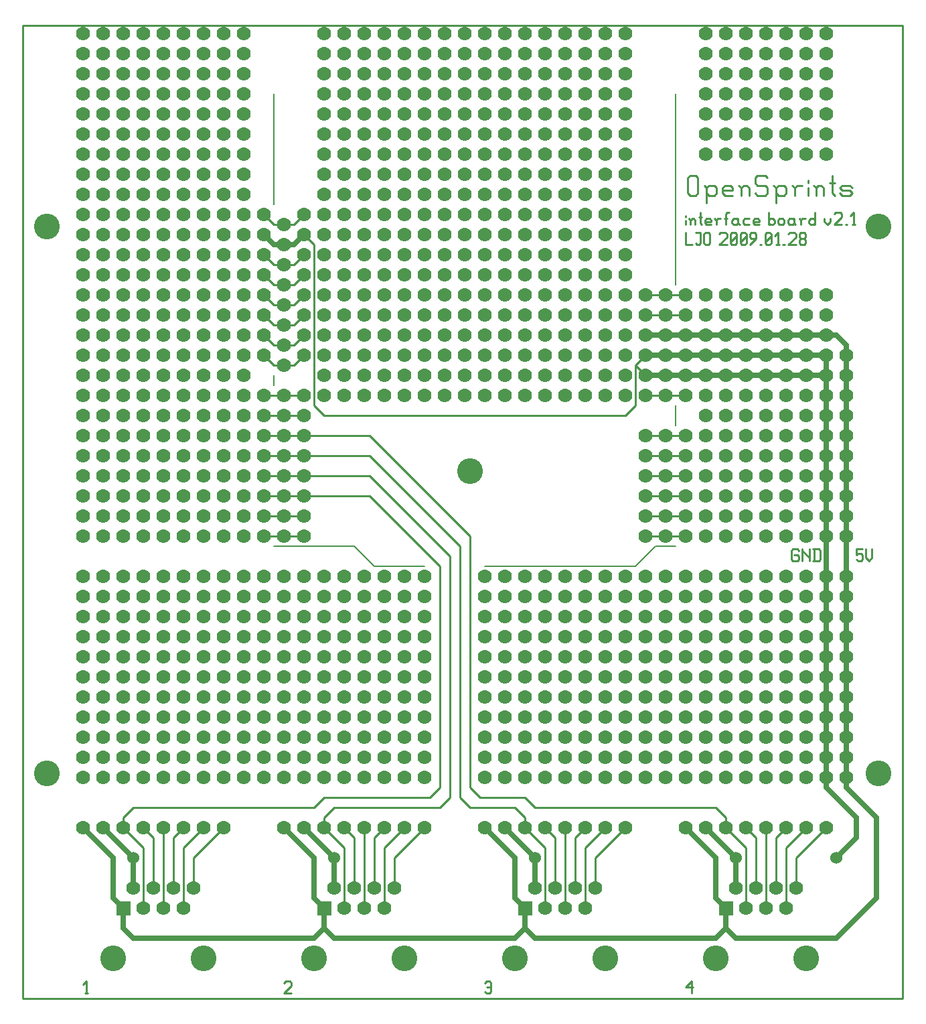
<source format=gbr>
G04 start of page 2 for group 0 idx 0
G04 Title: bien sucia, outline *
G04 Creator: pcb 20080202 *
G04 CreationDate: Wed Jan 28 20:07:03 2009 UTC *
G04 For: orluke *
G04 Format: Gerber/RS-274X *
G04 PCB-Dimensions: 450000 650000 *
G04 PCB-Coordinate-Origin: lower left *
%MOIN*%
%FSLAX24Y24*%
%LNFRONT*%
%ADD11C,0.0250*%
%ADD12C,0.0100*%
%ADD13C,0.0060*%
%ADD14C,0.0100*%
%ADD15C,0.1280*%
%ADD16C,0.0700*%
%ADD17C,0.0200*%
%ADD18C,0.0600*%
%ADD19C,0.0350*%
%ADD20C,0.0380*%
G54D11*X34500Y9000D02*X25500D01*
X24500D02*X15500D01*
X15000Y9500D01*
X14500Y9000D01*
X5500D01*
X5000Y9500D01*
X5500Y13000D02*X4000Y14500D01*
G54D12*X5000D02*Y15000D01*
X5500Y15500D01*
G54D11*X5000Y9500D02*Y10500D01*
X4500Y11000D01*
Y13000D01*
X5500D02*Y11500D01*
X4500Y13000D02*X3000Y14500D01*
X14500Y13000D02*X13000Y14500D01*
X15000Y9500D02*Y10500D01*
X15100Y10400D02*X14500Y11000D01*
Y13000D01*
X15500D02*Y11500D01*
G54D12*X15000Y16000D02*X20250D01*
X15500Y15500D02*X20750D01*
X5500D02*X14500D01*
X8000Y13500D02*X9000Y14500D01*
X8500Y13000D02*X10000Y14500D01*
X8500Y11500D02*Y13000D01*
X6000Y10500D02*Y13500D01*
X5000Y14500D01*
X6500Y11500D02*Y14000D01*
X6000Y14500D01*
X7000Y10500D02*Y14500D01*
X7500Y11500D02*Y14000D01*
X8000Y10500D02*Y13500D01*
X7500Y14000D02*X8000Y14500D01*
X18000Y13500D02*X19000Y14500D01*
X18500Y13000D02*X20000Y14500D01*
X18500Y11500D02*Y13000D01*
X16000Y10500D02*Y13500D01*
X15000Y14500D01*
X16500Y11500D02*Y14000D01*
X14500Y15500D02*X15000Y16000D01*
Y14500D02*Y15000D01*
X15500Y15500D01*
G54D11*Y13000D02*X14000Y14500D01*
G54D12*X16500Y14000D02*X16000Y14500D01*
X17000Y10500D02*Y14500D01*
X17500Y11500D02*Y14000D01*
X18000Y14500D01*
Y10500D02*Y13500D01*
X20250Y16000D02*X20750Y16500D01*
Y15500D02*X21250Y16000D01*
X22250Y15500D02*X21750Y16000D01*
X22750D02*X22250Y16500D01*
X24500Y15500D02*X22250D01*
X25000Y16000D02*X22750D01*
X25000Y15000D02*X24500Y15500D01*
X25500D02*X25000Y16000D01*
X28000Y13500D02*X29000Y14500D01*
X28500Y13000D02*X30000Y14500D01*
X28500Y11500D02*Y13000D01*
X25000Y14500D02*Y15000D01*
X26000Y10500D02*Y13500D01*
X37500Y14000D02*X38000Y14500D01*
X35000Y15000D02*X34500Y15500D01*
G54D11*X35500Y13000D02*X34000Y14500D01*
G54D12*X36000Y13500D02*X35000Y14500D01*
X36500Y14000D02*X36000Y14500D01*
X35000D02*Y15000D01*
G54D11*Y9500D02*Y10500D01*
X34500Y11000D01*
Y13000D01*
X35500D02*Y11500D01*
G54D12*X26500D02*Y14000D01*
X27000Y10500D02*Y14500D01*
X27500Y11500D02*Y14000D01*
X28000Y10500D02*Y13500D01*
X26000D02*X25000Y14500D01*
X26500Y14000D02*X26000Y14500D01*
X27500Y14000D02*X28000Y14500D01*
X34500Y15500D02*X25500D01*
G54D11*X34500Y13000D02*X33000Y14500D01*
X25500Y9000D02*X25000Y9500D01*
Y10500D01*
Y9500D02*X24500Y9000D01*
X25100Y10400D02*X24500Y11000D01*
Y13000D01*
X23000Y14500D01*
X25500Y13000D02*X24000Y14500D01*
X25500Y13000D02*Y11500D01*
G54D12*X22250Y29000D02*Y16500D01*
G54D13*X23000Y27500D02*X30500D01*
G54D12*X33000Y29000D02*X31000D01*
X38500Y13000D02*X40000Y14500D01*
G54D11*X41000Y16500D02*X42500Y15000D01*
X40000Y16500D02*X41500Y15000D01*
Y14000D01*
X40500Y13000D01*
X42500Y15000D02*Y11000D01*
X40500Y9000D02*X42500Y11000D01*
G54D12*X38000Y13500D02*X39000Y14500D01*
G54D11*X40500Y9000D02*X35500D01*
X35000Y9500D01*
X34500Y9000D01*
G54D12*X38500Y11500D02*Y13000D01*
X36000Y10500D02*Y13500D01*
X36500Y11500D02*Y14000D01*
X37000Y10500D02*Y14500D01*
X37500Y11500D02*Y14000D01*
X38000Y10500D02*Y13500D01*
G54D11*X40000Y16500D02*Y38000D01*
X41000Y38500D02*X40500Y39000D01*
X41000Y16500D02*Y38500D01*
G54D12*X12000Y29000D02*X14000D01*
G54D13*X12500Y28500D02*X16500D01*
X17500Y27500D01*
X20000D01*
G54D12*X17250Y32000D02*X12000D01*
X17250Y31000D02*X12000D01*
X30000Y35000D02*X15000D01*
X12000Y30000D02*X14000D01*
X21250Y28000D02*X17250Y32000D01*
X22250Y29000D02*X17250Y34000D01*
X21750Y28500D02*X17250Y33000D01*
X20750Y27500D02*X17250Y31000D01*
G54D13*X30500Y27500D02*X31500Y28500D01*
X32500D01*
G54D12*X33000Y36000D02*X31000D01*
G54D13*X32500Y34500D02*Y35500D01*
G54D12*X33000Y31000D02*X31000D01*
X33000Y34000D02*X31000D01*
X33000Y32000D02*X31000D01*
X33000Y33000D02*X31000D01*
X30500Y35500D02*Y37500D01*
X31000Y37000D02*X30500Y37500D01*
X33000Y30000D02*X31000D01*
X30000Y35000D02*X30500Y35500D01*
G54D13*X12500Y45500D02*Y51000D01*
G54D12*Y41500D02*X13500D01*
X14000Y42000D01*
X12500Y42500D02*X13500D01*
X14000Y43000D01*
G54D11*X12000Y44000D02*X12500Y43500D01*
X13500D01*
G54D12*X12500Y42500D02*X12000Y43000D01*
X12500Y44500D02*X13500D01*
X14000Y45000D01*
G54D11*X13500Y43500D02*X14000Y44000D01*
G54D12*X12500Y44500D02*X12000Y45000D01*
X12500Y41500D02*X12000Y42000D01*
X30500Y37500D02*X31000Y38000D01*
G54D11*X40000D02*X31000D01*
X40000Y37000D02*X31000D01*
G54D13*X32500Y41500D02*Y51000D01*
G54D12*X33000Y40000D02*X31000D01*
X33000Y41000D02*X31000D01*
G54D11*X40500Y39000D02*X31000D01*
G54D13*X12500Y36500D02*Y37000D01*
G54D12*Y37500D02*X13500D01*
X12500Y38500D02*X13500D01*
X12500Y39500D02*X13500D01*
X12500Y40500D02*X13500D01*
X17250Y33000D02*X12000D01*
X20750Y16500D02*Y27500D01*
X21250Y28000D02*Y16000D01*
X21750D02*Y28500D01*
X17250Y34000D02*X12000D01*
Y35000D02*X14000D01*
X14500Y35500D02*X15000Y35000D01*
X12000Y36000D02*X14000D01*
X12500Y37500D02*X12000Y38000D01*
X12500Y38500D02*X12000Y39000D01*
X12500Y39500D02*X12000Y40000D01*
X12500Y40500D02*X12000Y41000D01*
X13500Y37500D02*X14000Y38000D01*
X13500Y38500D02*X14000Y39000D01*
X14500Y43500D02*Y35500D01*
X13500Y39500D02*X14000Y40000D01*
X13500Y40500D02*X14000Y41000D01*
Y44000D02*X14500Y43500D01*
X38538Y28356D02*X38610Y28284D01*
X38322Y28356D02*X38538D01*
X38250Y28284D02*X38322Y28356D01*
X38250Y28284D02*Y27852D01*
X38322Y27780D01*
X38538D01*
X38610Y27852D01*
Y27996D02*Y27852D01*
X38538Y28068D02*X38610Y27996D01*
X38394Y28068D02*X38538D01*
X38782Y28356D02*Y27780D01*
Y28356D02*Y28284D01*
X39142Y27924D01*
Y28356D02*Y27780D01*
X39387Y28356D02*Y27780D01*
X39603Y28356D02*X39675Y28284D01*
Y27852D01*
X39603Y27780D02*X39675Y27852D01*
X39315Y27780D02*X39603D01*
X39315Y28356D02*X39603D01*
X41500D02*X41788D01*
X41500D02*Y28068D01*
X41572Y28140D01*
X41716D01*
X41788Y28068D01*
Y27852D01*
X41716Y27780D02*X41788Y27852D01*
X41572Y27780D02*X41716D01*
X41500Y27852D02*X41572Y27780D01*
X41960Y28356D02*Y27924D01*
X42104Y27780D01*
X42248Y27924D01*
Y28356D02*Y27924D01*
X3072Y6280D02*X3216D01*
X3144Y6856D02*Y6280D01*
X3000Y6712D02*X3144Y6856D01*
X33000Y6568D02*X33288Y6856D01*
X33000Y6568D02*X33360D01*
X33288Y6856D02*Y6280D01*
X23000Y6784D02*X23072Y6856D01*
X23216D01*
X23288Y6784D01*
Y6352D01*
X23216Y6280D02*X23288Y6352D01*
X23072Y6280D02*X23216D01*
X23000Y6352D02*X23072Y6280D01*
Y6568D02*X23288D01*
X13000Y6784D02*X13072Y6856D01*
X13288D01*
X13360Y6784D01*
Y6640D01*
X13000Y6280D02*X13360Y6640D01*
X13000Y6280D02*X13360D01*
G54D14*X33100Y46823D02*Y46070D01*
Y46823D02*X33225Y46949D01*
X33476D01*
X33602Y46823D01*
Y46070D01*
X33476Y45945D02*X33602Y46070D01*
X33225Y45945D02*X33476D01*
X33100Y46070D02*X33225Y45945D01*
X34028Y46321D02*Y45568D01*
X33903Y46447D02*X34028Y46321D01*
X34154Y46447D01*
X34405D01*
X34530Y46321D01*
Y46070D01*
X34405Y45945D02*X34530Y46070D01*
X34154Y45945D02*X34405D01*
X34028Y46070D02*X34154Y45945D01*
X34957D02*X35334D01*
X34832Y46070D02*X34957Y45945D01*
X34832Y46321D02*Y46070D01*
Y46321D02*X34957Y46447D01*
X35208D01*
X35334Y46321D01*
X34832Y46196D02*X35334D01*
Y46321D02*Y46196D01*
X35761Y46321D02*Y45945D01*
Y46321D02*X35886Y46447D01*
X36012D01*
X36137Y46321D01*
Y45945D01*
X35635Y46447D02*X35761Y46321D01*
X36941Y46949D02*X37066Y46823D01*
X36564Y46949D02*X36941D01*
X36439Y46823D02*X36564Y46949D01*
X36439Y46823D02*Y46572D01*
X36564Y46447D01*
X36941D01*
X37066Y46321D01*
Y46070D01*
X36941Y45945D02*X37066Y46070D01*
X36564Y45945D02*X36941D01*
X36439Y46070D02*X36564Y45945D01*
X37493Y46321D02*Y45568D01*
X37368Y46447D02*X37493Y46321D01*
X37619Y46447D01*
X37870D01*
X37995Y46321D01*
Y46070D01*
X37870Y45945D02*X37995Y46070D01*
X37619Y45945D02*X37870D01*
X37493Y46070D02*X37619Y45945D01*
X38422Y46321D02*Y45945D01*
Y46321D02*X38548Y46447D01*
X38799D01*
X38297D02*X38422Y46321D01*
X39100Y46698D02*Y46572D01*
Y46321D02*Y45945D01*
X39477Y46321D02*Y45945D01*
Y46321D02*X39602Y46447D01*
X39728D01*
X39853Y46321D01*
Y45945D01*
X39351Y46447D02*X39477Y46321D01*
X40280Y46949D02*Y46070D01*
X40406Y45945D01*
X40155Y46572D02*X40406D01*
X40783Y45945D02*X41159D01*
X41285Y46070D01*
X41159Y46196D02*X41285Y46070D01*
X40783Y46196D02*X41159D01*
X40657Y46321D02*X40783Y46196D01*
X40657Y46321D02*X40783Y46447D01*
X41159D01*
X41285Y46321D01*
X40657Y46070D02*X40783Y45945D01*
G54D12*X33000Y44098D02*Y43490D01*
X33304D01*
X33486Y44098D02*X33714D01*
Y43566D01*
X33638Y43490D02*X33714Y43566D01*
X33562Y43490D02*X33638D01*
X33486Y43566D02*X33562Y43490D01*
X33897Y44022D02*Y43566D01*
Y44022D02*X33973Y44098D01*
X34125D01*
X34201Y44022D01*
Y43566D01*
X34125Y43490D02*X34201Y43566D01*
X33973Y43490D02*X34125D01*
X33897Y43566D02*X33973Y43490D01*
X34657Y44022D02*X34733Y44098D01*
X34961D01*
X35037Y44022D01*
Y43870D01*
X34657Y43490D02*X35037Y43870D01*
X34657Y43490D02*X35037D01*
X35219Y43566D02*X35295Y43490D01*
X35219Y44022D02*Y43566D01*
Y44022D02*X35295Y44098D01*
X35447D01*
X35523Y44022D01*
Y43566D01*
X35447Y43490D02*X35523Y43566D01*
X35295Y43490D02*X35447D01*
X35219Y43642D02*X35523Y43946D01*
X35706Y43566D02*X35782Y43490D01*
X35706Y44022D02*Y43566D01*
Y44022D02*X35782Y44098D01*
X35934D01*
X36010Y44022D01*
Y43566D01*
X35934Y43490D02*X36010Y43566D01*
X35782Y43490D02*X35934D01*
X35706Y43642D02*X36010Y43946D01*
X36192Y43490D02*X36496Y43794D01*
Y44022D02*Y43794D01*
X36420Y44098D02*X36496Y44022D01*
X36268Y44098D02*X36420D01*
X36192Y44022D02*X36268Y44098D01*
X36192Y44022D02*Y43870D01*
X36268Y43794D01*
X36496D01*
X36679Y43490D02*X36755D01*
X36938Y43566D02*X37014Y43490D01*
X36938Y44022D02*Y43566D01*
Y44022D02*X37014Y44098D01*
X37166D01*
X37242Y44022D01*
Y43566D01*
X37166Y43490D02*X37242Y43566D01*
X37014Y43490D02*X37166D01*
X36938Y43642D02*X37242Y43946D01*
X37500Y43490D02*X37652D01*
X37576Y44098D02*Y43490D01*
X37424Y43946D02*X37576Y44098D01*
X37835Y43490D02*X37911D01*
X38093Y44022D02*X38169Y44098D01*
X38397D01*
X38473Y44022D01*
Y43870D01*
X38093Y43490D02*X38473Y43870D01*
X38093Y43490D02*X38473D01*
X38656Y43566D02*X38732Y43490D01*
X38656Y43718D02*Y43566D01*
Y43718D02*X38732Y43794D01*
X38884D01*
X38960Y43718D01*
Y43566D01*
X38884Y43490D02*X38960Y43566D01*
X38732Y43490D02*X38884D01*
X38656Y43870D02*X38732Y43794D01*
X38656Y44022D02*Y43870D01*
Y44022D02*X38732Y44098D01*
X38884D01*
X38960Y44022D01*
Y43870D01*
X38884Y43794D02*X38960Y43870D01*
X33000Y44946D02*Y44870D01*
Y44718D02*Y44490D01*
X33228Y44718D02*Y44490D01*
Y44718D02*X33304Y44794D01*
X33380D01*
X33456Y44718D01*
Y44490D01*
X33152Y44794D02*X33228Y44718D01*
X33714Y45098D02*Y44566D01*
X33790Y44490D01*
X33638Y44870D02*X33790D01*
X34018Y44490D02*X34246D01*
X33942Y44566D02*X34018Y44490D01*
X33942Y44718D02*Y44566D01*
Y44718D02*X34018Y44794D01*
X34170D01*
X34246Y44718D01*
X33942Y44642D02*X34246D01*
Y44718D02*Y44642D01*
X34505Y44718D02*Y44490D01*
Y44718D02*X34581Y44794D01*
X34733D01*
X34429D02*X34505Y44718D01*
X34991Y45022D02*Y44490D01*
Y45022D02*X35067Y45098D01*
X35143D01*
X34915Y44794D02*X35067D01*
X35524D02*X35600Y44718D01*
X35372Y44794D02*X35524D01*
X35296Y44718D02*X35372Y44794D01*
X35296Y44718D02*Y44566D01*
X35372Y44490D01*
X35600Y44794D02*Y44566D01*
X35676Y44490D01*
X35372D02*X35524D01*
X35600Y44566D01*
X35934Y44794D02*X36162D01*
X35858Y44718D02*X35934Y44794D01*
X35858Y44718D02*Y44566D01*
X35934Y44490D01*
X36162D01*
X36421D02*X36649D01*
X36345Y44566D02*X36421Y44490D01*
X36345Y44718D02*Y44566D01*
Y44718D02*X36421Y44794D01*
X36573D01*
X36649Y44718D01*
X36345Y44642D02*X36649D01*
Y44718D02*Y44642D01*
X37105Y45098D02*Y44490D01*
Y44566D02*X37181Y44490D01*
X37333D01*
X37409Y44566D01*
Y44718D02*Y44566D01*
X37333Y44794D02*X37409Y44718D01*
X37181Y44794D02*X37333D01*
X37105Y44718D02*X37181Y44794D01*
X37591Y44718D02*Y44566D01*
Y44718D02*X37667Y44794D01*
X37819D01*
X37895Y44718D01*
Y44566D01*
X37819Y44490D02*X37895Y44566D01*
X37667Y44490D02*X37819D01*
X37591Y44566D02*X37667Y44490D01*
X38306Y44794D02*X38382Y44718D01*
X38154Y44794D02*X38306D01*
X38078Y44718D02*X38154Y44794D01*
X38078Y44718D02*Y44566D01*
X38154Y44490D01*
X38382Y44794D02*Y44566D01*
X38458Y44490D01*
X38154D02*X38306D01*
X38382Y44566D01*
X38717Y44718D02*Y44490D01*
Y44718D02*X38793Y44794D01*
X38945D01*
X38641D02*X38717Y44718D01*
X39431Y45098D02*Y44490D01*
X39355D02*X39431Y44566D01*
X39203Y44490D02*X39355D01*
X39127Y44566D02*X39203Y44490D01*
X39127Y44718D02*Y44566D01*
Y44718D02*X39203Y44794D01*
X39355D01*
X39431Y44718D01*
X39887Y44794D02*Y44642D01*
X40039Y44490D01*
X40191Y44642D01*
Y44794D02*Y44642D01*
X40374Y45022D02*X40450Y45098D01*
X40678D01*
X40754Y45022D01*
Y44870D01*
X40374Y44490D02*X40754Y44870D01*
X40374Y44490D02*X40754D01*
X40936D02*X41012D01*
X41271D02*X41423D01*
X41347Y45098D02*Y44490D01*
X41195Y44946D02*X41347Y45098D01*
X0Y54400D02*X43800D01*
X0Y6000D02*Y54400D01*
X43800D02*Y6000D01*
X0D01*
G54D15*X1200Y17200D03*
G54D16*X3000Y18000D03*
X4000D03*
X3000Y17000D03*
X4000D03*
X3000Y14500D03*
X4000D03*
X5000D03*
Y17000D03*
X3000Y20000D03*
Y19000D03*
X5000Y20000D03*
Y19000D03*
X4000Y20000D03*
Y19000D03*
X11000Y24000D03*
Y23000D03*
X10000Y24000D03*
Y23000D03*
X8000Y24000D03*
Y23000D03*
Y22000D03*
Y25000D03*
X9000Y24000D03*
Y23000D03*
Y22000D03*
Y25000D03*
X11000Y22000D03*
Y21000D03*
Y20000D03*
X10000Y22000D03*
Y21000D03*
Y20000D03*
X6000Y24000D03*
X5000D03*
Y23000D03*
X6000Y25000D03*
X5000D03*
X7000Y24000D03*
X6000Y23000D03*
X7000D03*
Y25000D03*
X3000Y24000D03*
X4000D03*
X3000Y23000D03*
X4000D03*
X3000Y25000D03*
X4000D03*
X6000Y22000D03*
X5000D03*
X4000D03*
X7000D03*
X3000D03*
Y21000D03*
X4000D03*
X17000Y18000D03*
X18000D03*
X19000D03*
X16000D03*
X20000Y17000D03*
Y19000D03*
Y18000D03*
Y21000D03*
Y20000D03*
X16000Y17000D03*
X17000D03*
X18000D03*
X19000D03*
X17000Y19000D03*
X16000Y21000D03*
X17000D03*
X18000D03*
X19000D03*
X16000Y20000D03*
X18000Y19000D03*
X19000D03*
X14000Y20000D03*
X15000D03*
X17000D03*
X18000D03*
X19000D03*
X16000Y19000D03*
X12000D03*
X13000D03*
X14000D03*
X15000D03*
X12000Y18000D03*
Y21000D03*
Y20000D03*
X13000Y18000D03*
Y21000D03*
X14000D03*
X15000D03*
X13000Y20000D03*
X12000Y17000D03*
X13000D03*
X14000D03*
Y18000D03*
X15000D03*
Y17000D03*
X13000Y14500D03*
X14000D03*
X15000D03*
X16000D03*
X17000D03*
X18000D03*
X19000D03*
X20000D03*
X18500Y11500D03*
X18000Y10500D03*
G54D15*X19000Y8000D03*
G54D16*X16500Y11500D03*
X16000Y10500D03*
X17000D03*
G54D17*G36*
X14650Y10850D02*Y10150D01*
X15350D01*
Y10850D01*
X14650D01*
G37*
G54D16*X15500Y11500D03*
G54D15*X14500Y8000D03*
G54D16*X17500Y11500D03*
X20000Y24000D03*
X17000D03*
X18000D03*
X19000D03*
X20000Y23000D03*
X19000D03*
X20000Y22000D03*
X19000D03*
X16000Y23000D03*
X17000D03*
X18000D03*
X17000Y22000D03*
X18000D03*
X20000Y25000D03*
X16000D03*
X17000D03*
X18000D03*
X19000D03*
X16000Y24000D03*
X12000D03*
X13000D03*
X14000D03*
X15000D03*
X12000Y23000D03*
Y22000D03*
X13000D03*
Y23000D03*
X14000D03*
X15000D03*
X16000Y22000D03*
X14000D03*
X15000D03*
X20000Y27000D03*
X18000D03*
X19000D03*
X20000Y26000D03*
X18000D03*
X19000D03*
X16000Y27000D03*
X17000D03*
X16000Y26000D03*
X17000D03*
X11000Y27000D03*
X12000D03*
X13000D03*
X14000D03*
X15000D03*
X10000D03*
X11000Y26000D03*
X10000D03*
X12000D03*
X13000D03*
X14000D03*
X15000D03*
X11000Y25000D03*
X10000D03*
X12000D03*
X13000D03*
X14000D03*
X15000D03*
X8000Y14500D03*
Y18000D03*
Y17000D03*
X9000Y14500D03*
Y18000D03*
Y17000D03*
X10000Y14500D03*
X8000Y19000D03*
X9000D03*
X11000Y17000D03*
X10000D03*
X11000Y19000D03*
X10000D03*
X11000Y18000D03*
X10000D03*
X6000Y14500D03*
X7000D03*
X6000Y18000D03*
X5000D03*
X6000Y17000D03*
X7000D03*
X6000Y20000D03*
X7000D03*
X8000D03*
X9000D03*
X7000Y18000D03*
X6000Y19000D03*
X7000D03*
X6000Y21000D03*
X5000D03*
X7000D03*
X8000D03*
X9000D03*
X8500Y11500D03*
X8000Y10500D03*
X6500Y11500D03*
X6000Y10500D03*
X7000D03*
X7500Y11500D03*
G54D17*G36*
X4650Y10850D02*Y10150D01*
X5350D01*
Y10850D01*
X4650D01*
G37*
G54D16*X5500Y11500D03*
G54D15*X4500Y8000D03*
X9000D03*
X42600Y44400D03*
G54D16*X41000Y35000D03*
Y36000D03*
Y37000D03*
Y38000D03*
X33000Y37000D03*
Y36000D03*
X31000Y37000D03*
Y36000D03*
X32000D03*
Y37000D03*
X34000Y36000D03*
Y37000D03*
Y38000D03*
X32000D03*
X34000Y35000D03*
X35000D03*
X36000D03*
X37000D03*
X38000D03*
X39000D03*
X40000D03*
X35000Y36000D03*
Y37000D03*
Y38000D03*
X36000Y36000D03*
Y37000D03*
X37000D03*
X38000D03*
X39000D03*
X40000D03*
X37000Y36000D03*
X38000D03*
X39000D03*
X40000D03*
X36000Y38000D03*
X37000D03*
X38000D03*
X39000D03*
X40000D03*
X34000Y39000D03*
Y40000D03*
X35000Y39000D03*
Y40000D03*
X36000D03*
Y39000D03*
X37000D03*
X38000D03*
X39000D03*
X40000D03*
X37000Y40000D03*
X38000D03*
X39000D03*
X40000D03*
X33000Y41000D03*
Y40000D03*
Y39000D03*
Y38000D03*
X35000Y41000D03*
X31000D03*
X32000D03*
X36000D03*
X37000D03*
X38000D03*
X39000D03*
X40000D03*
X30000Y40000D03*
Y41000D03*
X31000Y40000D03*
X32000Y39000D03*
Y40000D03*
X33000Y34000D03*
X32000D03*
X31000D03*
X33000Y33000D03*
X34000D03*
X35000D03*
X31000D03*
X33000Y32000D03*
X31000D03*
X34000D03*
X35000D03*
X34000Y34000D03*
X35000D03*
X36000D03*
X34000Y31000D03*
X35000D03*
X36000D03*
X37000D03*
X38000D03*
X39000D03*
X40000D03*
X41000D03*
X31000D03*
X37000Y34000D03*
X38000D03*
X39000D03*
X40000D03*
X41000D03*
X33000Y24000D03*
X34000D03*
X35000D03*
X36000D03*
X31000D03*
X30000D03*
X32000D03*
X36000Y23000D03*
X35000D03*
X37000D03*
X36000Y22000D03*
X37000D03*
X36000Y21000D03*
X34000Y23000D03*
Y22000D03*
X35000D03*
X33000Y21000D03*
X34000D03*
X35000Y20000D03*
X36000Y19000D03*
X34000D03*
X31000D03*
X30000D03*
X32000D03*
X33000D03*
X31000Y18000D03*
X30000D03*
Y17000D03*
X32000Y18000D03*
Y17000D03*
X31000D03*
X37000Y21000D03*
Y20000D03*
Y19000D03*
X35000D03*
Y18000D03*
Y17000D03*
Y14500D03*
X36000Y18000D03*
Y17000D03*
Y14500D03*
X33000Y18000D03*
Y17000D03*
Y14500D03*
X34000Y18000D03*
Y17000D03*
Y14500D03*
X37000Y18000D03*
Y17000D03*
X26000Y24000D03*
X23000D03*
X25000D03*
X24000D03*
X28000D03*
X29000D03*
X31000Y23000D03*
X30000D03*
X32000D03*
X33000D03*
X29000D03*
X26000D03*
X23000D03*
X25000D03*
X24000D03*
X27000D03*
X28000D03*
X31000Y22000D03*
X30000D03*
X32000D03*
X33000D03*
X26000D03*
X25000D03*
X24000D03*
X27000D03*
X28000D03*
X29000D03*
X23000D03*
X31000Y21000D03*
X30000D03*
X32000D03*
X26000D03*
X23000D03*
X25000D03*
X24000D03*
X27000D03*
X28000D03*
X29000D03*
X35000D03*
X36000Y20000D03*
X34000D03*
X31000D03*
X30000D03*
X32000D03*
X33000D03*
X29000D03*
X36000Y26000D03*
X35000D03*
X31000D03*
X30000D03*
Y25000D03*
X32000Y26000D03*
X33000D03*
X34000D03*
X36000Y25000D03*
X35000D03*
X31000D03*
X32000D03*
X33000D03*
X34000D03*
X27000Y24000D03*
X23000Y27000D03*
X25000D03*
X24000D03*
X26000D03*
X27000D03*
X26000Y26000D03*
X27000D03*
X26000Y25000D03*
X27000D03*
X28000Y27000D03*
X29000D03*
X28000Y26000D03*
X29000D03*
X28000Y25000D03*
X29000D03*
X23000Y26000D03*
X24000D03*
X23000Y25000D03*
X24000D03*
X25000Y26000D03*
Y25000D03*
X26000Y20000D03*
X23000D03*
X25000D03*
X24000D03*
X23000Y19000D03*
X24000D03*
X23000Y18000D03*
X24000D03*
X25000Y19000D03*
Y18000D03*
X27000Y20000D03*
X26000Y19000D03*
X27000D03*
X28000Y20000D03*
Y19000D03*
Y18000D03*
X29000Y19000D03*
Y18000D03*
X26000D03*
X27000D03*
X26000Y17000D03*
X27000D03*
X29000D03*
X23000D03*
Y14500D03*
X25000Y17000D03*
Y14500D03*
X26000D03*
X24000Y17000D03*
Y14500D03*
X27000D03*
X28000D03*
X29000D03*
X30000D03*
X28000Y17000D03*
X28500Y11500D03*
X28000Y10500D03*
X26500Y11500D03*
X26000Y10500D03*
X27000D03*
G54D17*G36*
X24650Y10850D02*Y10150D01*
X25350D01*
Y10850D01*
X24650D01*
G37*
G54D16*X25500Y11500D03*
X27500D03*
G54D15*X24500Y8000D03*
X29000D03*
G54D16*X40000Y23000D03*
Y22000D03*
Y21000D03*
Y25000D03*
X37000Y24000D03*
X38000D03*
X39000D03*
X41000D03*
X40000D03*
X41000Y23000D03*
X40000Y26000D03*
X39000D03*
Y25000D03*
X41000Y26000D03*
Y25000D03*
X37000Y26000D03*
Y25000D03*
X38000Y26000D03*
Y25000D03*
Y23000D03*
Y22000D03*
Y21000D03*
Y20000D03*
Y19000D03*
Y18000D03*
X39000Y23000D03*
Y22000D03*
Y21000D03*
Y20000D03*
Y19000D03*
Y18000D03*
X41000Y22000D03*
Y21000D03*
Y20000D03*
Y19000D03*
Y18000D03*
Y17000D03*
X40000Y20000D03*
Y19000D03*
Y18000D03*
Y17000D03*
X38000D03*
X39000D03*
G54D15*X42600Y17200D03*
G54D16*X37000Y14500D03*
X38000D03*
X39000D03*
X40000D03*
X38500Y11500D03*
X37500D03*
X38000Y10500D03*
G54D15*X39000Y8000D03*
G54D16*X36500Y11500D03*
X35500D03*
X36000Y10500D03*
X37000D03*
G54D17*G36*
X34650Y10850D02*Y10150D01*
X35350D01*
Y10850D01*
X34650D01*
G37*
G54D15*X34500Y8000D03*
X1200Y44400D03*
G54D16*X3000Y38000D03*
Y39000D03*
Y40000D03*
Y41000D03*
Y42000D03*
Y43000D03*
Y44000D03*
Y45000D03*
X12000Y41000D03*
Y40000D03*
Y39000D03*
Y38000D03*
X11000D03*
Y39000D03*
X10000D03*
Y38000D03*
X9000D03*
Y39000D03*
Y40000D03*
Y41000D03*
Y43000D03*
Y44000D03*
Y45000D03*
X11000Y40000D03*
Y41000D03*
Y43000D03*
Y44000D03*
Y45000D03*
X10000Y40000D03*
Y41000D03*
Y43000D03*
Y44000D03*
Y45000D03*
X6000Y38000D03*
X5000D03*
X4000D03*
X7000D03*
X8000D03*
X7000Y39000D03*
X8000D03*
X6000D03*
X5000D03*
X4000D03*
X6000Y40000D03*
X5000D03*
X4000D03*
X7000D03*
X5000Y41000D03*
X4000D03*
X5000Y42000D03*
X4000D03*
X8000Y40000D03*
Y41000D03*
X6000D03*
X7000D03*
X6000Y42000D03*
X7000D03*
X8000D03*
X9000D03*
X6000Y43000D03*
X5000D03*
X4000D03*
X7000D03*
X5000Y44000D03*
X8000Y43000D03*
Y44000D03*
X6000D03*
X7000D03*
X6000Y45000D03*
X7000D03*
X8000D03*
X4000Y44000D03*
X5000Y45000D03*
X4000D03*
X18000Y38000D03*
Y39000D03*
X19000D03*
X20000D03*
X18000Y40000D03*
X19000D03*
X20000D03*
X19000Y38000D03*
X20000D03*
X18000Y36000D03*
X19000D03*
X20000D03*
X18000Y37000D03*
X19000D03*
X20000D03*
X15000Y38000D03*
X17000D03*
X16000D03*
X15000Y39000D03*
Y40000D03*
Y41000D03*
Y36000D03*
Y37000D03*
X17000Y39000D03*
Y40000D03*
Y41000D03*
Y36000D03*
Y37000D03*
X16000Y39000D03*
Y40000D03*
Y36000D03*
Y37000D03*
X13000Y42500D03*
Y41500D03*
Y40500D03*
Y39500D03*
Y38500D03*
Y37500D03*
Y36000D03*
Y35000D03*
Y34000D03*
Y33000D03*
Y31000D03*
Y30000D03*
Y29000D03*
Y32000D03*
X14000Y36000D03*
Y35000D03*
Y34000D03*
Y33000D03*
Y32000D03*
Y31000D03*
Y30000D03*
Y29000D03*
Y40000D03*
Y39000D03*
Y38000D03*
X16000Y41000D03*
Y42000D03*
Y43000D03*
X13000Y44500D03*
Y43500D03*
X14000Y45000D03*
Y44000D03*
Y43000D03*
Y42000D03*
Y41000D03*
X18000D03*
X19000D03*
X20000D03*
X18000Y42000D03*
X19000D03*
X20000D03*
X18000Y43000D03*
Y44000D03*
Y45000D03*
X19000Y43000D03*
Y44000D03*
Y45000D03*
X20000Y43000D03*
Y44000D03*
Y45000D03*
X15000Y42000D03*
Y43000D03*
Y44000D03*
Y45000D03*
Y46000D03*
Y47000D03*
X17000Y42000D03*
Y43000D03*
Y44000D03*
Y45000D03*
Y46000D03*
Y47000D03*
X16000Y44000D03*
Y45000D03*
Y46000D03*
Y47000D03*
X18000Y46000D03*
Y47000D03*
Y48000D03*
Y49000D03*
X19000Y46000D03*
Y47000D03*
Y48000D03*
Y49000D03*
X20000Y46000D03*
Y47000D03*
Y48000D03*
Y49000D03*
X18000Y50000D03*
Y51000D03*
Y52000D03*
Y53000D03*
Y54000D03*
X19000Y50000D03*
Y51000D03*
Y52000D03*
Y53000D03*
Y54000D03*
X20000Y50000D03*
Y51000D03*
Y52000D03*
Y53000D03*
Y54000D03*
X15000Y48000D03*
Y49000D03*
Y50000D03*
X17000Y48000D03*
Y49000D03*
Y50000D03*
Y51000D03*
Y52000D03*
Y53000D03*
X16000Y48000D03*
Y49000D03*
Y50000D03*
Y51000D03*
Y52000D03*
Y53000D03*
X15000Y51000D03*
Y52000D03*
Y53000D03*
Y54000D03*
X17000D03*
X16000D03*
X12000Y36000D03*
Y35000D03*
Y34000D03*
Y33000D03*
Y32000D03*
Y31000D03*
Y30000D03*
X9000D03*
Y31000D03*
Y32000D03*
Y33000D03*
Y34000D03*
Y35000D03*
X11000Y31000D03*
Y32000D03*
Y33000D03*
Y34000D03*
Y35000D03*
Y36000D03*
X10000Y33000D03*
Y34000D03*
Y35000D03*
Y36000D03*
X9000D03*
Y37000D03*
X11000D03*
X10000D03*
X12000Y29000D03*
X11000D03*
X10000D03*
X9000Y26000D03*
X11000Y30000D03*
X10000D03*
Y31000D03*
Y32000D03*
X3000Y27000D03*
X5000D03*
X4000D03*
X3000Y26000D03*
X5000D03*
X4000D03*
X3000Y29000D03*
X7000Y27000D03*
X8000D03*
X9000D03*
X6000D03*
Y26000D03*
X7000D03*
X8000D03*
X7000Y29000D03*
X8000D03*
X9000D03*
X6000D03*
X5000D03*
X4000D03*
X6000Y30000D03*
X5000D03*
X4000D03*
X3000D03*
Y31000D03*
Y32000D03*
X6000Y31000D03*
X5000D03*
X4000D03*
X7000Y30000D03*
X8000D03*
Y31000D03*
Y32000D03*
Y33000D03*
Y34000D03*
X7000Y31000D03*
Y32000D03*
Y33000D03*
X6000Y34000D03*
X7000D03*
X6000Y35000D03*
X7000D03*
X8000D03*
Y36000D03*
Y37000D03*
X6000Y36000D03*
X7000D03*
X6000Y37000D03*
X7000D03*
X6000Y32000D03*
X5000D03*
X4000D03*
X6000Y33000D03*
X5000D03*
X4000D03*
X3000D03*
Y35000D03*
Y36000D03*
Y34000D03*
X4000D03*
X5000D03*
Y35000D03*
X4000D03*
X5000Y36000D03*
X4000D03*
X3000Y37000D03*
X4000D03*
X5000D03*
X4000Y48000D03*
X5000Y47000D03*
X4000D03*
X5000Y48000D03*
X3000Y49000D03*
X4000D03*
X3000Y50000D03*
X4000D03*
X3000Y51000D03*
Y46000D03*
X5000D03*
X4000D03*
X3000Y47000D03*
Y48000D03*
X11000Y49000D03*
Y50000D03*
X10000D03*
Y49000D03*
X9000D03*
X11000Y48000D03*
X10000D03*
X9000D03*
X8000D03*
X12000Y45000D03*
Y44000D03*
Y43000D03*
Y42000D03*
X11000D03*
X10000D03*
X11000Y46000D03*
Y47000D03*
X10000D03*
X9000D03*
X10000Y46000D03*
X9000D03*
X6000Y49000D03*
X5000D03*
Y50000D03*
X7000Y49000D03*
X8000D03*
X6000Y50000D03*
X7000D03*
X8000D03*
X6000Y46000D03*
X7000D03*
X8000D03*
X6000Y47000D03*
Y48000D03*
X7000D03*
Y47000D03*
X8000D03*
X4000Y51000D03*
X6000D03*
X7000D03*
X5000D03*
X6000Y52000D03*
X7000D03*
X5000D03*
X3000D03*
Y53000D03*
Y54000D03*
X4000Y52000D03*
Y53000D03*
Y54000D03*
X6000Y53000D03*
X5000D03*
X6000Y54000D03*
X5000D03*
X7000Y53000D03*
Y54000D03*
X9000Y50000D03*
X10000Y51000D03*
X8000D03*
X9000D03*
X8000Y52000D03*
X9000D03*
X11000Y51000D03*
Y52000D03*
X10000D03*
X11000Y53000D03*
X10000D03*
X8000D03*
Y54000D03*
X9000Y53000D03*
Y54000D03*
X11000D03*
X10000D03*
X28000Y51000D03*
X27000D03*
X30000D03*
X29000D03*
X30000Y45000D03*
Y48000D03*
Y46000D03*
Y49000D03*
Y47000D03*
Y50000D03*
X27000Y48000D03*
Y45000D03*
Y46000D03*
Y47000D03*
X29000Y49000D03*
Y50000D03*
Y45000D03*
Y46000D03*
Y47000D03*
Y48000D03*
X28000Y49000D03*
Y50000D03*
Y45000D03*
Y46000D03*
Y47000D03*
Y48000D03*
X27000Y49000D03*
Y50000D03*
X38000Y51000D03*
X39000D03*
Y50000D03*
Y48000D03*
Y49000D03*
X40000Y51000D03*
Y50000D03*
Y48000D03*
Y49000D03*
X38000Y50000D03*
Y48000D03*
Y49000D03*
X34000Y51000D03*
X35000D03*
X34000Y50000D03*
X35000D03*
X34000Y48000D03*
X35000D03*
X34000Y49000D03*
X35000D03*
X36000Y50000D03*
X37000D03*
X36000Y48000D03*
X37000D03*
X36000Y49000D03*
X37000D03*
X36000Y51000D03*
X37000D03*
X34000Y54000D03*
Y53000D03*
X35000D03*
Y54000D03*
X36000D03*
X37000D03*
X38000D03*
X39000D03*
X40000D03*
X36000Y53000D03*
X37000D03*
X38000D03*
X39000D03*
X40000D03*
Y52000D03*
X34000D03*
X35000D03*
X36000D03*
X37000D03*
X38000D03*
X39000D03*
X34000Y41000D03*
X30000Y42000D03*
X29000D03*
X28000D03*
X30000Y43000D03*
X29000D03*
X28000D03*
X30000Y44000D03*
X29000D03*
X28000D03*
X29000Y41000D03*
X28000D03*
X30000Y38000D03*
Y39000D03*
X31000D03*
Y38000D03*
X30000Y36000D03*
Y37000D03*
X29000Y36000D03*
Y37000D03*
X28000Y36000D03*
Y37000D03*
X29000Y38000D03*
X28000D03*
Y39000D03*
Y40000D03*
X29000Y39000D03*
Y40000D03*
X34000Y29000D03*
X35000D03*
X36000D03*
X37000D03*
X38000D03*
X39000D03*
X40000D03*
X41000D03*
X35000Y30000D03*
X36000D03*
X37000D03*
X38000D03*
X39000D03*
X40000D03*
X41000D03*
X40000Y27000D03*
X35000D03*
X37000D03*
X38000D03*
X39000D03*
X41000D03*
X36000Y32000D03*
X37000D03*
X38000D03*
X39000D03*
X40000D03*
X32000D03*
X36000Y33000D03*
X37000D03*
X38000D03*
X39000D03*
X32000D03*
X40000D03*
G54D15*X22250Y32250D03*
G54D16*X41000Y32000D03*
Y33000D03*
X36000Y27000D03*
X31000D03*
X30000D03*
X32000D03*
X33000D03*
X34000D03*
X33000Y31000D03*
Y30000D03*
X34000D03*
X33000Y29000D03*
X32000D03*
Y30000D03*
Y31000D03*
X31000Y30000D03*
Y29000D03*
X23000Y36000D03*
X22000D03*
X21000D03*
X23000Y38000D03*
X22000D03*
X21000D03*
X23000Y39000D03*
X22000D03*
X21000D03*
X23000Y40000D03*
Y37000D03*
X22000Y40000D03*
Y41000D03*
Y37000D03*
X21000Y40000D03*
Y41000D03*
Y37000D03*
X26000Y36000D03*
X27000D03*
X26000Y38000D03*
Y37000D03*
X27000Y38000D03*
Y37000D03*
X25000Y36000D03*
Y38000D03*
Y39000D03*
Y40000D03*
Y41000D03*
Y37000D03*
X24000Y36000D03*
Y38000D03*
Y39000D03*
Y40000D03*
Y41000D03*
Y37000D03*
X27000Y39000D03*
Y40000D03*
Y41000D03*
Y42000D03*
Y43000D03*
Y44000D03*
X26000Y39000D03*
Y40000D03*
Y41000D03*
X25000Y42000D03*
Y43000D03*
Y44000D03*
X24000Y42000D03*
Y43000D03*
Y44000D03*
X26000Y42000D03*
Y43000D03*
Y44000D03*
X22000Y42000D03*
Y43000D03*
Y44000D03*
Y45000D03*
X21000Y42000D03*
Y43000D03*
Y44000D03*
Y45000D03*
X23000Y41000D03*
Y42000D03*
Y43000D03*
Y44000D03*
Y45000D03*
X25000D03*
Y46000D03*
Y47000D03*
X24000Y45000D03*
Y46000D03*
Y47000D03*
X26000Y45000D03*
Y46000D03*
Y47000D03*
Y48000D03*
Y49000D03*
Y50000D03*
Y51000D03*
Y52000D03*
Y53000D03*
Y54000D03*
X28000D03*
X27000D03*
X29000D03*
X30000D03*
Y53000D03*
X27000Y52000D03*
X30000D03*
X29000D03*
X28000D03*
X29000Y53000D03*
X28000D03*
X27000D03*
X23000Y46000D03*
Y47000D03*
Y48000D03*
X22000Y46000D03*
Y47000D03*
Y48000D03*
Y49000D03*
Y50000D03*
Y51000D03*
X21000Y46000D03*
Y47000D03*
Y48000D03*
Y49000D03*
Y50000D03*
Y51000D03*
X23000Y49000D03*
Y50000D03*
Y51000D03*
Y52000D03*
Y53000D03*
Y54000D03*
X22000Y52000D03*
Y53000D03*
Y54000D03*
X21000Y52000D03*
Y53000D03*
Y54000D03*
X25000Y48000D03*
Y49000D03*
Y50000D03*
Y51000D03*
X24000Y48000D03*
Y49000D03*
Y50000D03*
X25000Y52000D03*
Y53000D03*
Y54000D03*
X24000Y51000D03*
Y52000D03*
Y53000D03*
Y54000D03*
G54D18*X35500Y13000D03*
X25500D03*
X15500D03*
X5500D03*
X40500D03*
G54D15*X1200Y17200D03*
G54D19*X3000Y18000D03*
X4000D03*
X3000Y17000D03*
X4000D03*
G54D20*X3000Y14500D03*
X4000D03*
X5000D03*
G54D19*Y17000D03*
X3000Y20000D03*
Y19000D03*
X5000Y20000D03*
Y19000D03*
X4000Y20000D03*
Y19000D03*
X11000Y24000D03*
Y23000D03*
X10000Y24000D03*
Y23000D03*
X8000Y24000D03*
Y23000D03*
Y22000D03*
Y25000D03*
X9000Y24000D03*
Y23000D03*
Y22000D03*
Y25000D03*
X11000Y22000D03*
Y21000D03*
Y20000D03*
X10000Y22000D03*
Y21000D03*
Y20000D03*
X6000Y24000D03*
X5000D03*
Y23000D03*
X6000Y25000D03*
X5000D03*
X7000Y24000D03*
X6000Y23000D03*
X7000D03*
Y25000D03*
X3000Y24000D03*
X4000D03*
X3000Y23000D03*
X4000D03*
X3000Y25000D03*
X4000D03*
X6000Y22000D03*
X5000D03*
X4000D03*
X7000D03*
X3000D03*
Y21000D03*
X4000D03*
X17000Y18000D03*
X18000D03*
X19000D03*
X16000D03*
X20000Y17000D03*
Y19000D03*
Y18000D03*
Y21000D03*
Y20000D03*
X16000Y17000D03*
X17000D03*
X18000D03*
X19000D03*
X17000Y19000D03*
X16000Y21000D03*
X17000D03*
X18000D03*
X19000D03*
X16000Y20000D03*
X18000Y19000D03*
X19000D03*
X14000Y20000D03*
X15000D03*
X17000D03*
X18000D03*
X19000D03*
X16000Y19000D03*
X12000D03*
X13000D03*
X14000D03*
X15000D03*
X12000Y18000D03*
Y21000D03*
Y20000D03*
X13000Y18000D03*
Y21000D03*
X14000D03*
X15000D03*
X13000Y20000D03*
X12000Y17000D03*
X13000D03*
X14000D03*
Y18000D03*
X15000D03*
Y17000D03*
G54D20*X13000Y14500D03*
X14000D03*
X15000D03*
X16000D03*
X17000D03*
X18000D03*
X19000D03*
X20000D03*
G54D19*X18500Y11500D03*
X18000Y10500D03*
G54D15*X19000Y8000D03*
G54D19*X16500Y11500D03*
X16000Y10500D03*
X17000D03*
X15000D03*
X15500Y11500D03*
G54D15*X14500Y8000D03*
G54D19*X17500Y11500D03*
X20000Y24000D03*
X17000D03*
X18000D03*
X19000D03*
X20000Y23000D03*
X19000D03*
X20000Y22000D03*
X19000D03*
X16000Y23000D03*
X17000D03*
X18000D03*
X17000Y22000D03*
X18000D03*
X20000Y25000D03*
X16000D03*
X17000D03*
X18000D03*
X19000D03*
X16000Y24000D03*
X12000D03*
X13000D03*
X14000D03*
X15000D03*
X12000Y23000D03*
Y22000D03*
X13000D03*
Y23000D03*
X14000D03*
X15000D03*
X16000Y22000D03*
X14000D03*
X15000D03*
X20000Y27000D03*
X18000D03*
X19000D03*
X20000Y26000D03*
X18000D03*
X19000D03*
X16000Y27000D03*
X17000D03*
X16000Y26000D03*
X17000D03*
X11000Y27000D03*
X12000D03*
X13000D03*
X14000D03*
X15000D03*
X10000D03*
X11000Y26000D03*
X10000D03*
X12000D03*
X13000D03*
X14000D03*
X15000D03*
X11000Y25000D03*
X10000D03*
X12000D03*
X13000D03*
X14000D03*
X15000D03*
G54D20*X8000Y14500D03*
G54D19*Y18000D03*
Y17000D03*
G54D20*X9000Y14500D03*
G54D19*Y18000D03*
Y17000D03*
G54D20*X10000Y14500D03*
G54D19*X8000Y19000D03*
X9000D03*
X11000Y17000D03*
X10000D03*
X11000Y19000D03*
X10000D03*
X11000Y18000D03*
X10000D03*
G54D20*X6000Y14500D03*
X7000D03*
G54D19*X6000Y18000D03*
X5000D03*
X6000Y17000D03*
X7000D03*
X6000Y20000D03*
X7000D03*
X8000D03*
X9000D03*
X7000Y18000D03*
X6000Y19000D03*
X7000D03*
X6000Y21000D03*
X5000D03*
X7000D03*
X8000D03*
X9000D03*
X8500Y11500D03*
X8000Y10500D03*
X6500Y11500D03*
X6000Y10500D03*
X7000D03*
X7500Y11500D03*
X5000Y10500D03*
X5500Y11500D03*
G54D15*X4500Y8000D03*
X9000D03*
X42600Y44400D03*
G54D19*X41000Y35000D03*
Y36000D03*
Y37000D03*
Y38000D03*
X33000Y37000D03*
Y36000D03*
X31000Y37000D03*
Y36000D03*
X32000D03*
Y37000D03*
X34000Y36000D03*
Y37000D03*
Y38000D03*
X32000D03*
X34000Y35000D03*
X35000D03*
X36000D03*
X37000D03*
X38000D03*
X39000D03*
X40000D03*
X35000Y36000D03*
Y37000D03*
Y38000D03*
X36000Y36000D03*
Y37000D03*
X37000D03*
X38000D03*
X39000D03*
X40000D03*
X37000Y36000D03*
X38000D03*
X39000D03*
X40000D03*
X36000Y38000D03*
X37000D03*
X38000D03*
X39000D03*
X40000D03*
X34000Y39000D03*
Y40000D03*
X35000Y39000D03*
Y40000D03*
X36000D03*
Y39000D03*
X37000D03*
X38000D03*
X39000D03*
X40000D03*
X37000Y40000D03*
X38000D03*
X39000D03*
X40000D03*
X33000Y41000D03*
Y40000D03*
Y39000D03*
Y38000D03*
X35000Y41000D03*
X31000D03*
X32000D03*
X36000D03*
X37000D03*
X38000D03*
X39000D03*
X40000D03*
X30000Y40000D03*
Y41000D03*
X31000Y40000D03*
X32000Y39000D03*
Y40000D03*
X33000Y34000D03*
X32000D03*
X31000D03*
X33000Y33000D03*
X34000D03*
X35000D03*
X31000D03*
X33000Y32000D03*
X31000D03*
X34000D03*
X35000D03*
X34000Y34000D03*
X35000D03*
X36000D03*
X34000Y31000D03*
X35000D03*
X36000D03*
X37000D03*
X38000D03*
X39000D03*
X40000D03*
X41000D03*
X31000D03*
X37000Y34000D03*
X38000D03*
X39000D03*
X40000D03*
X41000D03*
X33000Y24000D03*
X34000D03*
X35000D03*
X36000D03*
X31000D03*
X30000D03*
X32000D03*
X36000Y23000D03*
X35000D03*
X37000D03*
X36000Y22000D03*
X37000D03*
X36000Y21000D03*
X34000Y23000D03*
Y22000D03*
X35000D03*
X33000Y21000D03*
X34000D03*
X35000Y20000D03*
X36000Y19000D03*
X34000D03*
X31000D03*
X30000D03*
X32000D03*
X33000D03*
X31000Y18000D03*
X30000D03*
Y17000D03*
X32000Y18000D03*
Y17000D03*
X31000D03*
X37000Y21000D03*
Y20000D03*
Y19000D03*
X35000D03*
Y18000D03*
Y17000D03*
G54D20*Y14500D03*
G54D19*X36000Y18000D03*
Y17000D03*
G54D20*Y14500D03*
G54D19*X33000Y18000D03*
Y17000D03*
G54D20*Y14500D03*
G54D19*X34000Y18000D03*
Y17000D03*
G54D20*Y14500D03*
G54D19*X37000Y18000D03*
Y17000D03*
X26000Y24000D03*
X23000D03*
X25000D03*
X24000D03*
X28000D03*
X29000D03*
X31000Y23000D03*
X30000D03*
X32000D03*
X33000D03*
X29000D03*
X26000D03*
X23000D03*
X25000D03*
X24000D03*
X27000D03*
X28000D03*
X31000Y22000D03*
X30000D03*
X32000D03*
X33000D03*
X26000D03*
X25000D03*
X24000D03*
X27000D03*
X28000D03*
X29000D03*
X23000D03*
X31000Y21000D03*
X30000D03*
X32000D03*
X26000D03*
X23000D03*
X25000D03*
X24000D03*
X27000D03*
X28000D03*
X29000D03*
X35000D03*
X36000Y20000D03*
X34000D03*
X31000D03*
X30000D03*
X32000D03*
X33000D03*
X29000D03*
X36000Y26000D03*
X35000D03*
X31000D03*
X30000D03*
Y25000D03*
X32000Y26000D03*
X33000D03*
X34000D03*
X36000Y25000D03*
X35000D03*
X31000D03*
X32000D03*
X33000D03*
X34000D03*
X27000Y24000D03*
X23000Y27000D03*
X25000D03*
X24000D03*
X26000D03*
X27000D03*
X26000Y26000D03*
X27000D03*
X26000Y25000D03*
X27000D03*
X28000Y27000D03*
X29000D03*
X28000Y26000D03*
X29000D03*
X28000Y25000D03*
X29000D03*
X23000Y26000D03*
X24000D03*
X23000Y25000D03*
X24000D03*
X25000Y26000D03*
Y25000D03*
X26000Y20000D03*
X23000D03*
X25000D03*
X24000D03*
X23000Y19000D03*
X24000D03*
X23000Y18000D03*
X24000D03*
X25000Y19000D03*
Y18000D03*
X27000Y20000D03*
X26000Y19000D03*
X27000D03*
X28000Y20000D03*
Y19000D03*
Y18000D03*
X29000Y19000D03*
Y18000D03*
X26000D03*
X27000D03*
X26000Y17000D03*
X27000D03*
X29000D03*
X23000D03*
G54D20*Y14500D03*
G54D19*X25000Y17000D03*
G54D20*Y14500D03*
X26000D03*
G54D19*X24000Y17000D03*
G54D20*Y14500D03*
X27000D03*
X28000D03*
X29000D03*
X30000D03*
G54D19*X28000Y17000D03*
X28500Y11500D03*
X28000Y10500D03*
X26500Y11500D03*
X26000Y10500D03*
X27000D03*
X25000D03*
X25500Y11500D03*
X27500D03*
G54D15*X24500Y8000D03*
X29000D03*
G54D19*X40000Y23000D03*
Y22000D03*
Y21000D03*
Y25000D03*
X37000Y24000D03*
X38000D03*
X39000D03*
X41000D03*
X40000D03*
X41000Y23000D03*
X40000Y26000D03*
X39000D03*
Y25000D03*
X41000Y26000D03*
Y25000D03*
X37000Y26000D03*
Y25000D03*
X38000Y26000D03*
Y25000D03*
Y23000D03*
Y22000D03*
Y21000D03*
Y20000D03*
Y19000D03*
Y18000D03*
X39000Y23000D03*
Y22000D03*
Y21000D03*
Y20000D03*
Y19000D03*
Y18000D03*
X41000Y22000D03*
Y21000D03*
Y20000D03*
Y19000D03*
Y18000D03*
Y17000D03*
X40000Y20000D03*
Y19000D03*
Y18000D03*
Y17000D03*
X38000D03*
X39000D03*
G54D15*X42600Y17200D03*
G54D20*X37000Y14500D03*
X38000D03*
X39000D03*
X40000D03*
G54D19*X38500Y11500D03*
X37500D03*
X38000Y10500D03*
G54D15*X39000Y8000D03*
G54D19*X36500Y11500D03*
X35500D03*
X36000Y10500D03*
X37000D03*
X35000D03*
G54D15*X34500Y8000D03*
X1200Y44400D03*
G54D19*X3000Y38000D03*
Y39000D03*
Y40000D03*
Y41000D03*
Y42000D03*
Y43000D03*
Y44000D03*
Y45000D03*
X12000Y41000D03*
Y40000D03*
Y39000D03*
Y38000D03*
X11000D03*
Y39000D03*
X10000D03*
Y38000D03*
X9000D03*
Y39000D03*
Y40000D03*
Y41000D03*
Y43000D03*
Y44000D03*
Y45000D03*
X11000Y40000D03*
Y41000D03*
Y43000D03*
Y44000D03*
Y45000D03*
X10000Y40000D03*
Y41000D03*
Y43000D03*
Y44000D03*
Y45000D03*
X6000Y38000D03*
X5000D03*
X4000D03*
X7000D03*
X8000D03*
X7000Y39000D03*
X8000D03*
X6000D03*
X5000D03*
X4000D03*
X6000Y40000D03*
X5000D03*
X4000D03*
X7000D03*
X5000Y41000D03*
X4000D03*
X5000Y42000D03*
X4000D03*
X8000Y40000D03*
Y41000D03*
X6000D03*
X7000D03*
X6000Y42000D03*
X7000D03*
X8000D03*
X9000D03*
X6000Y43000D03*
X5000D03*
X4000D03*
X7000D03*
X5000Y44000D03*
X8000Y43000D03*
Y44000D03*
X6000D03*
X7000D03*
X6000Y45000D03*
X7000D03*
X8000D03*
X4000Y44000D03*
X5000Y45000D03*
X4000D03*
X18000Y38000D03*
Y39000D03*
X19000D03*
X20000D03*
X18000Y40000D03*
X19000D03*
X20000D03*
X19000Y38000D03*
X20000D03*
X18000Y36000D03*
X19000D03*
X20000D03*
X18000Y37000D03*
X19000D03*
X20000D03*
X15000Y38000D03*
X17000D03*
X16000D03*
X15000Y39000D03*
Y40000D03*
Y41000D03*
Y36000D03*
Y37000D03*
X17000Y39000D03*
Y40000D03*
Y41000D03*
Y36000D03*
Y37000D03*
X16000Y39000D03*
Y40000D03*
Y36000D03*
Y37000D03*
X13000Y42500D03*
Y41500D03*
Y40500D03*
Y39500D03*
Y38500D03*
Y37500D03*
Y36000D03*
Y35000D03*
Y34000D03*
Y33000D03*
Y31000D03*
Y30000D03*
Y29000D03*
Y32000D03*
X14000Y36000D03*
Y35000D03*
Y34000D03*
Y33000D03*
Y32000D03*
Y31000D03*
Y30000D03*
Y29000D03*
Y40000D03*
Y39000D03*
Y38000D03*
X16000Y41000D03*
Y42000D03*
Y43000D03*
X13000Y44500D03*
Y43500D03*
X14000Y45000D03*
Y44000D03*
Y43000D03*
Y42000D03*
Y41000D03*
X18000D03*
X19000D03*
X20000D03*
X18000Y42000D03*
X19000D03*
X20000D03*
X18000Y43000D03*
Y44000D03*
Y45000D03*
X19000Y43000D03*
Y44000D03*
Y45000D03*
X20000Y43000D03*
Y44000D03*
Y45000D03*
X15000Y42000D03*
Y43000D03*
Y44000D03*
Y45000D03*
Y46000D03*
Y47000D03*
X17000Y42000D03*
Y43000D03*
Y44000D03*
Y45000D03*
Y46000D03*
Y47000D03*
X16000Y44000D03*
Y45000D03*
Y46000D03*
Y47000D03*
X18000Y46000D03*
Y47000D03*
Y48000D03*
Y49000D03*
X19000Y46000D03*
Y47000D03*
Y48000D03*
Y49000D03*
X20000Y46000D03*
Y47000D03*
Y48000D03*
Y49000D03*
X18000Y50000D03*
Y51000D03*
Y52000D03*
Y53000D03*
Y54000D03*
X19000Y50000D03*
Y51000D03*
Y52000D03*
Y53000D03*
Y54000D03*
X20000Y50000D03*
Y51000D03*
Y52000D03*
Y53000D03*
Y54000D03*
X15000Y48000D03*
Y49000D03*
Y50000D03*
X17000Y48000D03*
Y49000D03*
Y50000D03*
Y51000D03*
Y52000D03*
Y53000D03*
X16000Y48000D03*
Y49000D03*
Y50000D03*
Y51000D03*
Y52000D03*
Y53000D03*
X15000Y51000D03*
Y52000D03*
Y53000D03*
Y54000D03*
X17000D03*
X16000D03*
X12000Y36000D03*
Y35000D03*
Y34000D03*
Y33000D03*
Y32000D03*
Y31000D03*
Y30000D03*
X9000D03*
Y31000D03*
Y32000D03*
Y33000D03*
Y34000D03*
Y35000D03*
X11000Y31000D03*
Y32000D03*
Y33000D03*
Y34000D03*
Y35000D03*
Y36000D03*
X10000Y33000D03*
Y34000D03*
Y35000D03*
Y36000D03*
X9000D03*
Y37000D03*
X11000D03*
X10000D03*
X12000Y29000D03*
X11000D03*
X10000D03*
X9000Y26000D03*
X11000Y30000D03*
X10000D03*
Y31000D03*
Y32000D03*
X3000Y27000D03*
X5000D03*
X4000D03*
X3000Y26000D03*
X5000D03*
X4000D03*
X3000Y29000D03*
X7000Y27000D03*
X8000D03*
X9000D03*
X6000D03*
Y26000D03*
X7000D03*
X8000D03*
X7000Y29000D03*
X8000D03*
X9000D03*
X6000D03*
X5000D03*
X4000D03*
X6000Y30000D03*
X5000D03*
X4000D03*
X3000D03*
Y31000D03*
Y32000D03*
X6000Y31000D03*
X5000D03*
X4000D03*
X7000Y30000D03*
X8000D03*
Y31000D03*
Y32000D03*
Y33000D03*
Y34000D03*
X7000Y31000D03*
Y32000D03*
Y33000D03*
X6000Y34000D03*
X7000D03*
X6000Y35000D03*
X7000D03*
X8000D03*
Y36000D03*
Y37000D03*
X6000Y36000D03*
X7000D03*
X6000Y37000D03*
X7000D03*
X6000Y32000D03*
X5000D03*
X4000D03*
X6000Y33000D03*
X5000D03*
X4000D03*
X3000D03*
Y35000D03*
Y36000D03*
Y34000D03*
X4000D03*
X5000D03*
Y35000D03*
X4000D03*
X5000Y36000D03*
X4000D03*
X3000Y37000D03*
X4000D03*
X5000D03*
X4000Y48000D03*
X5000Y47000D03*
X4000D03*
X5000Y48000D03*
X3000Y49000D03*
X4000D03*
X3000Y50000D03*
X4000D03*
X3000Y51000D03*
Y46000D03*
X5000D03*
X4000D03*
X3000Y47000D03*
Y48000D03*
X11000Y49000D03*
Y50000D03*
X10000D03*
Y49000D03*
X9000D03*
X11000Y48000D03*
X10000D03*
X9000D03*
X8000D03*
X12000Y45000D03*
Y44000D03*
Y43000D03*
Y42000D03*
X11000D03*
X10000D03*
X11000Y46000D03*
Y47000D03*
X10000D03*
X9000D03*
X10000Y46000D03*
X9000D03*
X6000Y49000D03*
X5000D03*
Y50000D03*
X7000Y49000D03*
X8000D03*
X6000Y50000D03*
X7000D03*
X8000D03*
X6000Y46000D03*
X7000D03*
X8000D03*
X6000Y47000D03*
Y48000D03*
X7000D03*
Y47000D03*
X8000D03*
X4000Y51000D03*
X6000D03*
X7000D03*
X5000D03*
X6000Y52000D03*
X7000D03*
X5000D03*
X3000D03*
Y53000D03*
Y54000D03*
X4000Y52000D03*
Y53000D03*
Y54000D03*
X6000Y53000D03*
X5000D03*
X6000Y54000D03*
X5000D03*
X7000Y53000D03*
Y54000D03*
X9000Y50000D03*
X10000Y51000D03*
X8000D03*
X9000D03*
X8000Y52000D03*
X9000D03*
X11000Y51000D03*
Y52000D03*
X10000D03*
X11000Y53000D03*
X10000D03*
X8000D03*
Y54000D03*
X9000Y53000D03*
Y54000D03*
X11000D03*
X10000D03*
X28000Y51000D03*
X27000D03*
X30000D03*
X29000D03*
X30000Y45000D03*
Y48000D03*
Y46000D03*
Y49000D03*
Y47000D03*
Y50000D03*
X27000Y48000D03*
Y45000D03*
Y46000D03*
Y47000D03*
X29000Y49000D03*
Y50000D03*
Y45000D03*
Y46000D03*
Y47000D03*
Y48000D03*
X28000Y49000D03*
Y50000D03*
Y45000D03*
Y46000D03*
Y47000D03*
Y48000D03*
X27000Y49000D03*
Y50000D03*
X38000Y51000D03*
X39000D03*
Y50000D03*
Y48000D03*
Y49000D03*
X40000Y51000D03*
Y50000D03*
Y48000D03*
Y49000D03*
X38000Y50000D03*
Y48000D03*
Y49000D03*
X34000Y51000D03*
X35000D03*
X34000Y50000D03*
X35000D03*
X34000Y48000D03*
X35000D03*
X34000Y49000D03*
X35000D03*
X36000Y50000D03*
X37000D03*
X36000Y48000D03*
X37000D03*
X36000Y49000D03*
X37000D03*
X36000Y51000D03*
X37000D03*
X34000Y54000D03*
Y53000D03*
X35000D03*
Y54000D03*
X36000D03*
X37000D03*
X38000D03*
X39000D03*
X40000D03*
X36000Y53000D03*
X37000D03*
X38000D03*
X39000D03*
X40000D03*
Y52000D03*
X34000D03*
X35000D03*
X36000D03*
X37000D03*
X38000D03*
X39000D03*
X34000Y41000D03*
X30000Y42000D03*
X29000D03*
X28000D03*
X30000Y43000D03*
X29000D03*
X28000D03*
X30000Y44000D03*
X29000D03*
X28000D03*
X29000Y41000D03*
X28000D03*
X30000Y38000D03*
Y39000D03*
X31000D03*
Y38000D03*
X30000Y36000D03*
Y37000D03*
X29000Y36000D03*
Y37000D03*
X28000Y36000D03*
Y37000D03*
X29000Y38000D03*
X28000D03*
Y39000D03*
Y40000D03*
X29000Y39000D03*
Y40000D03*
X34000Y29000D03*
X35000D03*
X36000D03*
X37000D03*
X38000D03*
X39000D03*
X40000D03*
X41000D03*
X35000Y30000D03*
X36000D03*
X37000D03*
X38000D03*
X39000D03*
X40000D03*
X41000D03*
X40000Y27000D03*
X35000D03*
X37000D03*
X38000D03*
X39000D03*
X41000D03*
X36000Y32000D03*
X37000D03*
X38000D03*
X39000D03*
X40000D03*
X32000D03*
X36000Y33000D03*
X37000D03*
X38000D03*
X39000D03*
X32000D03*
X40000D03*
G54D15*X22250Y32250D03*
G54D19*X41000Y32000D03*
Y33000D03*
X36000Y27000D03*
X31000D03*
X30000D03*
X32000D03*
X33000D03*
X34000D03*
X33000Y31000D03*
Y30000D03*
X34000D03*
X33000Y29000D03*
X32000D03*
Y30000D03*
Y31000D03*
X31000Y30000D03*
Y29000D03*
X23000Y36000D03*
X22000D03*
X21000D03*
X23000Y38000D03*
X22000D03*
X21000D03*
X23000Y39000D03*
X22000D03*
X21000D03*
X23000Y40000D03*
Y37000D03*
X22000Y40000D03*
Y41000D03*
Y37000D03*
X21000Y40000D03*
Y41000D03*
Y37000D03*
X26000Y36000D03*
X27000D03*
X26000Y38000D03*
Y37000D03*
X27000Y38000D03*
Y37000D03*
X25000Y36000D03*
Y38000D03*
Y39000D03*
Y40000D03*
Y41000D03*
Y37000D03*
X24000Y36000D03*
Y38000D03*
Y39000D03*
Y40000D03*
Y41000D03*
Y37000D03*
X27000Y39000D03*
Y40000D03*
Y41000D03*
Y42000D03*
Y43000D03*
Y44000D03*
X26000Y39000D03*
Y40000D03*
Y41000D03*
X25000Y42000D03*
Y43000D03*
Y44000D03*
X24000Y42000D03*
Y43000D03*
Y44000D03*
X26000Y42000D03*
Y43000D03*
Y44000D03*
X22000Y42000D03*
Y43000D03*
Y44000D03*
Y45000D03*
X21000Y42000D03*
Y43000D03*
Y44000D03*
Y45000D03*
X23000Y41000D03*
Y42000D03*
Y43000D03*
Y44000D03*
Y45000D03*
X25000D03*
Y46000D03*
Y47000D03*
X24000Y45000D03*
Y46000D03*
Y47000D03*
X26000Y45000D03*
Y46000D03*
Y47000D03*
Y48000D03*
Y49000D03*
Y50000D03*
Y51000D03*
Y52000D03*
Y53000D03*
Y54000D03*
X28000D03*
X27000D03*
X29000D03*
X30000D03*
Y53000D03*
X27000Y52000D03*
X30000D03*
X29000D03*
X28000D03*
X29000Y53000D03*
X28000D03*
X27000D03*
X23000Y46000D03*
Y47000D03*
Y48000D03*
X22000Y46000D03*
Y47000D03*
Y48000D03*
Y49000D03*
Y50000D03*
Y51000D03*
X21000Y46000D03*
Y47000D03*
Y48000D03*
Y49000D03*
Y50000D03*
Y51000D03*
X23000Y49000D03*
Y50000D03*
Y51000D03*
Y52000D03*
Y53000D03*
Y54000D03*
X22000Y52000D03*
Y53000D03*
Y54000D03*
X21000Y52000D03*
Y53000D03*
Y54000D03*
X25000Y48000D03*
Y49000D03*
Y50000D03*
Y51000D03*
X24000Y48000D03*
Y49000D03*
Y50000D03*
X25000Y52000D03*
Y53000D03*
Y54000D03*
X24000Y51000D03*
Y52000D03*
Y53000D03*
Y54000D03*
X35500Y13000D03*
X25500D03*
X15500D03*
X5500D03*
X40500D03*
M02*

</source>
